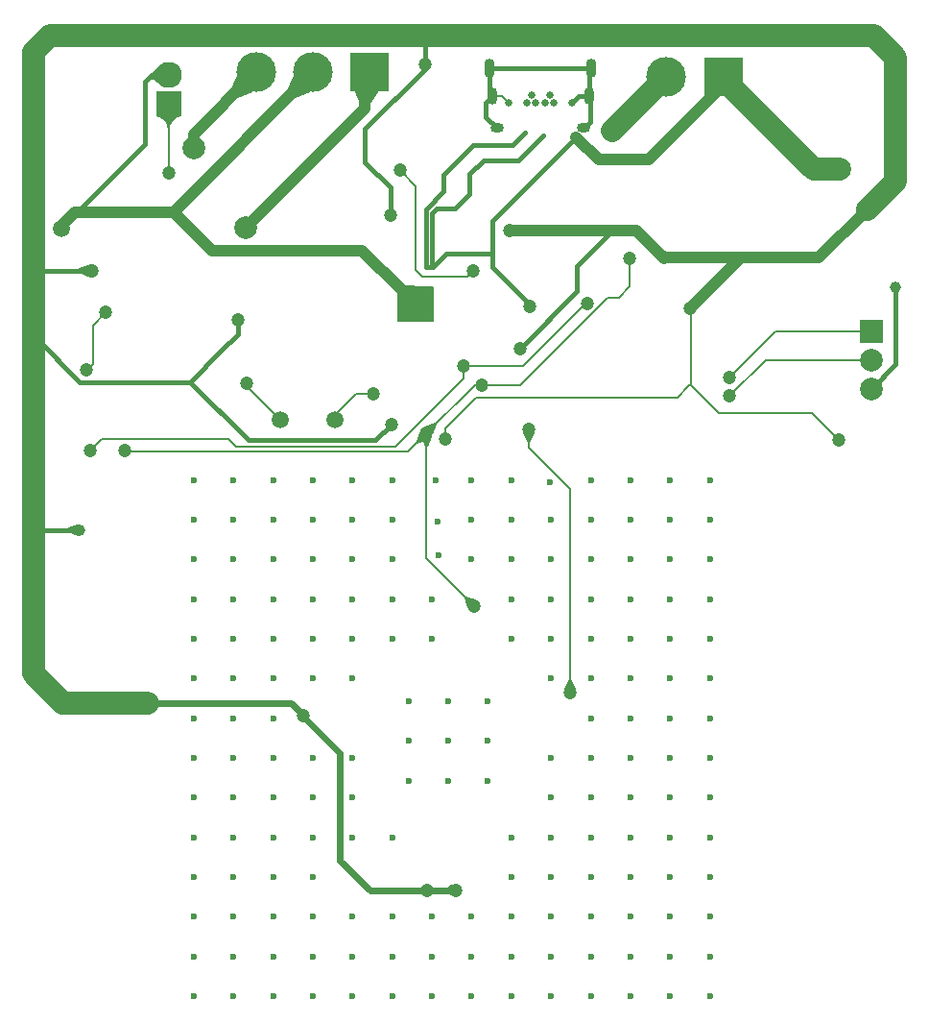
<source format=gbr>
%TF.GenerationSoftware,KiCad,Pcbnew,9.0.1*%
%TF.CreationDate,2025-04-08T19:45:02-03:00*%
%TF.ProjectId,SRAD_computer,53524144-5f63-46f6-9d70-757465722e6b,rev?*%
%TF.SameCoordinates,Original*%
%TF.FileFunction,Copper,L2,Bot*%
%TF.FilePolarity,Positive*%
%FSLAX46Y46*%
G04 Gerber Fmt 4.6, Leading zero omitted, Abs format (unit mm)*
G04 Created by KiCad (PCBNEW 9.0.1) date 2025-04-08 19:45:02*
%MOMM*%
%LPD*%
G01*
G04 APERTURE LIST*
%TA.AperFunction,ComponentPad*%
%ADD10C,0.650000*%
%TD*%
%TA.AperFunction,ComponentPad*%
%ADD11O,0.900000X1.700000*%
%TD*%
%TA.AperFunction,ComponentPad*%
%ADD12O,0.900000X1.500000*%
%TD*%
%TA.AperFunction,ComponentPad*%
%ADD13O,1.150000X0.900000*%
%TD*%
%TA.AperFunction,ComponentPad*%
%ADD14C,1.500000*%
%TD*%
%TA.AperFunction,ComponentPad*%
%ADD15R,2.000000X2.000000*%
%TD*%
%TA.AperFunction,ComponentPad*%
%ADD16C,2.000000*%
%TD*%
%TA.AperFunction,ComponentPad*%
%ADD17R,3.500000X3.500000*%
%TD*%
%TA.AperFunction,ComponentPad*%
%ADD18C,3.500000*%
%TD*%
%TA.AperFunction,ComponentPad*%
%ADD19R,2.300000X2.300000*%
%TD*%
%TA.AperFunction,ComponentPad*%
%ADD20O,2.300000X2.300000*%
%TD*%
%TA.AperFunction,ComponentPad*%
%ADD21C,0.600000*%
%TD*%
%TA.AperFunction,ViaPad*%
%ADD22C,0.600000*%
%TD*%
%TA.AperFunction,ViaPad*%
%ADD23C,1.200000*%
%TD*%
%TA.AperFunction,ViaPad*%
%ADD24C,1.500000*%
%TD*%
%TA.AperFunction,ViaPad*%
%ADD25C,2.000000*%
%TD*%
%TA.AperFunction,ViaPad*%
%ADD26C,1.000000*%
%TD*%
%TA.AperFunction,Conductor*%
%ADD27C,0.400000*%
%TD*%
%TA.AperFunction,Conductor*%
%ADD28C,0.200000*%
%TD*%
%TA.AperFunction,Conductor*%
%ADD29C,2.000000*%
%TD*%
%TA.AperFunction,Conductor*%
%ADD30C,1.000000*%
%TD*%
%TA.AperFunction,Conductor*%
%ADD31C,0.600000*%
%TD*%
G04 APERTURE END LIST*
D10*
%TO.P,J7,B1,GND__2*%
%TO.N,GND*%
X99780000Y-42990000D03*
%TO.P,J7,B4,VBUS__2*%
%TO.N,VBUS*%
X101380000Y-42990000D03*
%TO.P,J7,B5,CC2*%
%TO.N,unconnected-(J7-CC2-PadB5)*%
X101780000Y-42290000D03*
%TO.P,J7,B6,DP2*%
%TO.N,/USB_D+*%
X102180000Y-42990000D03*
%TO.P,J7,B7,DN2*%
%TO.N,/USB_D-*%
X102980000Y-42990000D03*
%TO.P,J7,B8,SBU2*%
%TO.N,unconnected-(J7-SBU2-PadB8)*%
X103380000Y-42290000D03*
%TO.P,J7,B9,VBUS__3*%
%TO.N,VBUS*%
X103780000Y-42990000D03*
%TO.P,J7,B12,GND__3*%
%TO.N,GND*%
X105380000Y-42990000D03*
D11*
%TO.P,J7,SH1,SHIELD*%
X107080000Y-39870000D03*
D12*
%TO.P,J7,SH2,SHIELD__1*%
X106855000Y-42390000D03*
D13*
%TO.P,J7,SH3,SHIELD__2*%
X106425000Y-45190000D03*
%TO.P,J7,SH4,SHIELD__3*%
X98735000Y-45190000D03*
D12*
%TO.P,J7,SH5,SHIELD__4*%
X98305000Y-42390000D03*
D11*
%TO.P,J7,SH6,SHIELD__5*%
X98080000Y-39870000D03*
%TD*%
D14*
%TO.P,Y1,1,1*%
%TO.N,Net-(C3-Pad1)*%
X79590000Y-70882984D03*
%TO.P,Y1,2,2*%
%TO.N,/XIN*%
X84470000Y-70882984D03*
%TD*%
D15*
%TO.P,J5,1,1*%
%TO.N,/UART_Rx*%
X131770000Y-63082984D03*
D16*
%TO.P,J5,2,2*%
%TO.N,/UART_Tx*%
X131770000Y-65622984D03*
%TO.P,J5,3,3*%
%TO.N,GND*%
X131770000Y-68162984D03*
%TD*%
D17*
%TO.P,J1,1,1*%
%TO.N,/V_cam*%
X87530000Y-40282836D03*
D18*
%TO.P,J1,2,2*%
%TO.N,GND*%
X82530000Y-40282836D03*
%TO.P,J1,3,3*%
%TO.N,V_cam_bus*%
X77530000Y-40282836D03*
%TD*%
D19*
%TO.P,J2,1,Pin_1*%
%TO.N,/~{USB_BOOT}*%
X69790000Y-43037836D03*
D20*
%TO.P,J2,2,Pin_2*%
%TO.N,GND*%
X69790000Y-40497836D03*
%TD*%
D17*
%TO.P,J4,1,1*%
%TO.N,GND*%
X118770000Y-40642836D03*
D18*
%TO.P,J4,2,2*%
%TO.N,VBUS*%
X113690000Y-40642836D03*
%TD*%
D21*
%TO.P,U3,57,GND*%
%TO.N,GND*%
X90275000Y-59412836D03*
X90275000Y-60687836D03*
X90275000Y-61962836D03*
X91550000Y-59412836D03*
X91550000Y-60687836D03*
X91550000Y-61962836D03*
X92825000Y-59412836D03*
X92825000Y-60687836D03*
X92825000Y-61962836D03*
%TD*%
D22*
%TO.N,GND*%
X117520000Y-118202984D03*
X110520000Y-121702984D03*
X79020000Y-90202984D03*
X103520000Y-118202984D03*
X117520000Y-83202984D03*
X72020000Y-118202984D03*
X96520000Y-83202984D03*
X100020000Y-111202984D03*
X100020000Y-90202984D03*
X89520000Y-118202984D03*
X72020000Y-76202984D03*
X114020000Y-90202984D03*
X72020000Y-79702984D03*
X114020000Y-79702984D03*
X79020000Y-79702984D03*
X107020000Y-100702984D03*
X100020000Y-86702984D03*
X117520000Y-107702984D03*
X103520000Y-86702984D03*
X72020000Y-90202984D03*
X107020000Y-86702984D03*
X94460000Y-102702984D03*
X86020000Y-86702984D03*
X93370000Y-76210000D03*
X90960000Y-102702984D03*
X103520000Y-114702984D03*
X114020000Y-93702984D03*
X96520000Y-114702984D03*
X110520000Y-90202984D03*
X75520000Y-114702984D03*
X72020000Y-104202984D03*
X117520000Y-97202984D03*
X72020000Y-107702984D03*
X82520000Y-111202984D03*
X100020000Y-114702984D03*
X114020000Y-86702984D03*
D23*
X64240000Y-61432836D03*
D22*
X82520000Y-100702984D03*
X103520000Y-107702984D03*
X117520000Y-104202984D03*
X72020000Y-86702984D03*
X79020000Y-76202984D03*
X107020000Y-121702984D03*
X107020000Y-76202984D03*
X100020000Y-83202984D03*
X79020000Y-97202984D03*
X117520000Y-114702984D03*
X82520000Y-118202984D03*
X75520000Y-86702984D03*
X107020000Y-93702984D03*
X90960000Y-99202984D03*
X107020000Y-79702984D03*
X82520000Y-79702984D03*
X86020000Y-76202984D03*
X93020000Y-90202984D03*
X86020000Y-114702984D03*
X79020000Y-93702984D03*
X114020000Y-97202984D03*
D23*
X62534328Y-66528508D03*
D22*
X103400000Y-76430000D03*
X100020000Y-107702984D03*
X93510000Y-79910000D03*
X75520000Y-100702984D03*
X96520000Y-76202984D03*
X75520000Y-97202984D03*
X93020000Y-86702984D03*
X79020000Y-104202984D03*
X97960000Y-95702984D03*
X86020000Y-104202984D03*
X72020000Y-114702984D03*
X82520000Y-104202984D03*
X110520000Y-97202984D03*
X103520000Y-83202984D03*
X72020000Y-97202984D03*
X107020000Y-83202984D03*
X89520000Y-114702984D03*
X114020000Y-76202984D03*
X110520000Y-104202984D03*
X75520000Y-121702984D03*
X110520000Y-107702984D03*
X75520000Y-104202984D03*
X117520000Y-86702984D03*
X79020000Y-86702984D03*
X93020000Y-121702984D03*
X103520000Y-90202984D03*
D23*
X101630000Y-60872984D03*
D22*
X79020000Y-100702984D03*
X117520000Y-121702984D03*
X82520000Y-121702984D03*
X107020000Y-97202984D03*
X82520000Y-93702984D03*
X110520000Y-86702984D03*
X93020000Y-118202984D03*
X94460000Y-95702984D03*
X100020000Y-76202984D03*
X75520000Y-83202984D03*
X100020000Y-118202984D03*
X117520000Y-93702984D03*
X93020000Y-114702984D03*
X93560000Y-82810000D03*
X103520000Y-121702984D03*
X89520000Y-86702984D03*
X117520000Y-100702984D03*
X86020000Y-100702984D03*
X100020000Y-79702984D03*
X110520000Y-111202984D03*
X107020000Y-118202984D03*
X114020000Y-83202984D03*
X110520000Y-76202984D03*
X114020000Y-104202984D03*
X72020000Y-121702984D03*
X107020000Y-111202984D03*
X103520000Y-100702984D03*
X75520000Y-93702984D03*
X72020000Y-93702984D03*
X86020000Y-121702984D03*
X86020000Y-90202984D03*
X82520000Y-114702984D03*
X89520000Y-121702984D03*
X110520000Y-83202984D03*
X82520000Y-76202984D03*
X89520000Y-83202984D03*
X110520000Y-79702984D03*
X96520000Y-79702984D03*
X72020000Y-83202984D03*
X114020000Y-111202984D03*
X114020000Y-118202984D03*
X117520000Y-90202984D03*
X107020000Y-90202984D03*
X110520000Y-114702984D03*
X96520000Y-118202984D03*
X79020000Y-111202984D03*
X94460000Y-99202984D03*
X117520000Y-111202984D03*
X82520000Y-86702984D03*
X110520000Y-118202984D03*
X75520000Y-90202984D03*
X96520000Y-121702984D03*
X107020000Y-107702984D03*
X89520000Y-76202984D03*
X97960000Y-102702984D03*
X90960000Y-95702984D03*
X79020000Y-83202984D03*
X117520000Y-76202984D03*
X72020000Y-111202984D03*
X114020000Y-107702984D03*
X75520000Y-111202984D03*
X86020000Y-79702984D03*
X110520000Y-93702984D03*
X89520000Y-79702984D03*
X117520000Y-79702984D03*
X89520000Y-90202984D03*
X82520000Y-83202984D03*
X79020000Y-107702984D03*
X75520000Y-118202984D03*
D24*
X60320000Y-54072836D03*
D22*
X86020000Y-93702984D03*
X86020000Y-118202984D03*
X103520000Y-111202984D03*
X114020000Y-121702984D03*
X103520000Y-104202984D03*
X114020000Y-100702984D03*
X79020000Y-118202984D03*
X86020000Y-107702984D03*
X114020000Y-114702984D03*
X72020000Y-100702984D03*
X86020000Y-83202984D03*
X75520000Y-107702984D03*
X75520000Y-76202984D03*
X79020000Y-114702984D03*
D25*
X128990000Y-48832836D03*
D22*
X100020000Y-121702984D03*
X89520000Y-107702984D03*
X79020000Y-121702984D03*
X97960000Y-99202984D03*
X82520000Y-90202984D03*
X107020000Y-114702984D03*
X103520000Y-93702984D03*
X75520000Y-79702984D03*
X82520000Y-107702984D03*
X107020000Y-104202984D03*
X103520000Y-79702984D03*
D26*
X133920000Y-59192984D03*
D22*
X110520000Y-100702984D03*
D25*
%TO.N,VBUS*%
X109065000Y-45267836D03*
D23*
%TO.N,/XIN*%
X87810000Y-68592984D03*
%TO.N,Net-(C3-Pad1)*%
X76690000Y-67682984D03*
%TO.N,+3V3*%
X89330000Y-52822984D03*
X81700000Y-96972984D03*
X94230000Y-72572984D03*
X92620000Y-112362984D03*
X128940000Y-72672984D03*
X95082500Y-112352984D03*
X89430000Y-71322984D03*
X115810000Y-61052984D03*
X75887107Y-62130091D03*
D25*
X131410000Y-52382836D03*
D23*
X92375000Y-39587836D03*
D26*
X61915707Y-80623691D03*
D23*
X100780000Y-64622984D03*
X113460000Y-56622984D03*
X99860000Y-54242984D03*
X63030000Y-57763927D03*
%TO.N,/~{USB_BOOT}*%
X69790000Y-49172836D03*
D25*
%TO.N,/V_cam*%
X76600761Y-53993745D03*
%TO.N,V_cam_bus*%
X71990000Y-46922836D03*
D23*
%TO.N,/power_cam*%
X90220000Y-48922984D03*
X96680000Y-57772984D03*
%TO.N,/SCL*%
X97380000Y-67822984D03*
X65910000Y-73632984D03*
X92530000Y-72072984D03*
X96770000Y-87352984D03*
X110470000Y-56652984D03*
%TO.N,/SDA*%
X106708603Y-60651587D03*
X101580000Y-71710000D03*
X62880000Y-73632984D03*
X105220000Y-94952984D03*
X95790000Y-66142984D03*
%TO.N,/UART_Rx*%
X119246397Y-67189381D03*
%TO.N,/UART_Tx*%
X119246397Y-68822984D03*
%TD*%
D27*
%TO.N,GND*%
X100730000Y-46070000D02*
X100720000Y-46070000D01*
X98330000Y-53382984D02*
X105730000Y-45982984D01*
X106425000Y-45190000D02*
X106956000Y-44659000D01*
X98735000Y-45190000D02*
X97749391Y-44204391D01*
D28*
X62534328Y-66528508D02*
X63110000Y-65952836D01*
D29*
X126680000Y-48832836D02*
X128990000Y-48832836D01*
D27*
X96330000Y-49222984D02*
X96330000Y-50970000D01*
X98080000Y-39870000D02*
X107080000Y-39870000D01*
X133920000Y-66012984D02*
X133920000Y-59192984D01*
D30*
X118770000Y-41382984D02*
X118770000Y-40642836D01*
D27*
X92470000Y-52342984D02*
X92470000Y-57442984D01*
D28*
X63110000Y-65952836D02*
X63110000Y-62562836D01*
D27*
X101630000Y-60772984D02*
X98330000Y-57472984D01*
X98330000Y-57472984D02*
X98330000Y-56242984D01*
X98080000Y-42165000D02*
X98305000Y-42390000D01*
X94050000Y-50762984D02*
X92470000Y-52342984D01*
X92970000Y-57382984D02*
X93030000Y-57442984D01*
D28*
X63110000Y-62562836D02*
X64240000Y-61432836D01*
D27*
X67720000Y-46612836D02*
X67720000Y-41082984D01*
X106956000Y-42491000D02*
X106855000Y-42390000D01*
X100720000Y-46070000D02*
X100117016Y-46672984D01*
X100117016Y-46672984D02*
X96680000Y-46672984D01*
X98080000Y-39870000D02*
X98080000Y-42165000D01*
D29*
X118770000Y-40642836D02*
X118770000Y-40922836D01*
D27*
X105380000Y-42990000D02*
X105980000Y-42390000D01*
X94050000Y-49302984D02*
X94050000Y-50762984D01*
D30*
X70230000Y-52582836D02*
X61750000Y-52582836D01*
X61700000Y-52632836D02*
X61480000Y-52632836D01*
X61750000Y-52582836D02*
X61700000Y-52632836D01*
D27*
X92470000Y-57442984D02*
X93030000Y-57442984D01*
D30*
X82530000Y-40282836D02*
X70230000Y-52582836D01*
D27*
X93407016Y-52292984D02*
X92970000Y-52730000D01*
X93040000Y-57452984D02*
X93060000Y-57472984D01*
X95007016Y-52292984D02*
X93407016Y-52292984D01*
X96330000Y-50970000D02*
X95007016Y-52292984D01*
X68305148Y-40497836D02*
X69790000Y-40497836D01*
X97749391Y-42945609D02*
X98305000Y-42390000D01*
D30*
X105730000Y-45982984D02*
X107729852Y-47982836D01*
D27*
X101630000Y-60872984D02*
X101630000Y-60772984D01*
X93060000Y-57472984D02*
X94290000Y-56242984D01*
D29*
X118770000Y-40922836D02*
X126680000Y-48832836D01*
D27*
X92970000Y-52730000D02*
X92970000Y-57382984D01*
D30*
X86865148Y-56002984D02*
X90275000Y-59412836D01*
X60320000Y-53792836D02*
X60320000Y-54072836D01*
D27*
X102800000Y-45860000D02*
X102800000Y-45870000D01*
X105980000Y-42390000D02*
X106855000Y-42390000D01*
X98330000Y-56242984D02*
X98330000Y-53382984D01*
D30*
X61480000Y-52632836D02*
X60320000Y-53792836D01*
D28*
X99204140Y-42390000D02*
X99558970Y-42744830D01*
D27*
X102800000Y-45870000D02*
X100667016Y-48002984D01*
X131770000Y-68162984D02*
X133920000Y-66012984D01*
D30*
X112170148Y-47982836D02*
X118770000Y-41382984D01*
D27*
X96680000Y-46672984D02*
X94050000Y-49302984D01*
D30*
X107729852Y-47982836D02*
X112170148Y-47982836D01*
D27*
X61700000Y-52632836D02*
X67720000Y-46612836D01*
X97550000Y-48002984D02*
X96330000Y-49222984D01*
D30*
X73650148Y-56002984D02*
X86865148Y-56002984D01*
D27*
X93030000Y-57442984D02*
X93040000Y-57452984D01*
X101250000Y-45550000D02*
X100730000Y-46070000D01*
X106855000Y-42390000D02*
X106855000Y-40095000D01*
D30*
X70230000Y-52582836D02*
X73650148Y-56002984D01*
D27*
X100667016Y-48002984D02*
X97550000Y-48002984D01*
X67720000Y-41082984D02*
X68305148Y-40497836D01*
X94290000Y-56242984D02*
X98330000Y-56242984D01*
D28*
X98305000Y-42390000D02*
X99204140Y-42390000D01*
D27*
X97749391Y-44204391D02*
X97749391Y-42945609D01*
X106855000Y-40095000D02*
X107080000Y-39870000D01*
X106956000Y-44659000D02*
X106956000Y-42491000D01*
D29*
%TO.N,VBUS*%
X109065000Y-45267836D02*
X108960000Y-45372836D01*
X113690000Y-40642836D02*
X109065000Y-45267836D01*
D28*
%TO.N,/XIN*%
X86340000Y-68592984D02*
X84170000Y-70762984D01*
X87810000Y-68592984D02*
X86340000Y-68592984D01*
%TO.N,Net-(C3-Pad1)*%
X76690000Y-67912984D02*
X79810000Y-71032984D01*
X76690000Y-67682984D02*
X76690000Y-67912984D01*
X79810000Y-71032984D02*
X80050000Y-71032984D01*
D27*
%TO.N,+3V3*%
X63030000Y-57763927D02*
X58208909Y-57763927D01*
D29*
X133940000Y-38962984D02*
X132000000Y-37022984D01*
D31*
X87560000Y-112362984D02*
X84920397Y-109723381D01*
D28*
X94230000Y-72572984D02*
X94230000Y-71622984D01*
X115650000Y-67952984D02*
X115830000Y-67772984D01*
X114680000Y-68922984D02*
X115650000Y-67952984D01*
D31*
X68630693Y-95852984D02*
X80580000Y-95852984D01*
X95082500Y-112352984D02*
X92630000Y-112352984D01*
D30*
X111020000Y-54242984D02*
X108930000Y-54242984D01*
D27*
X87080000Y-48172984D02*
X87080000Y-45272984D01*
X75887107Y-63345877D02*
X74420000Y-64812984D01*
D28*
X96930000Y-68922984D02*
X114680000Y-68922984D01*
D27*
X87080000Y-45272984D02*
X92375000Y-39977984D01*
D29*
X59290000Y-37022984D02*
X57860000Y-38452984D01*
D31*
X92620000Y-112362984D02*
X87560000Y-112362984D01*
X84920397Y-109723381D02*
X84920397Y-100273280D01*
D28*
X118300000Y-70272984D02*
X115815000Y-67787984D01*
D27*
X89330000Y-50422984D02*
X87080000Y-48172984D01*
D30*
X115810000Y-61052984D02*
X120240000Y-56622984D01*
D27*
X71660148Y-67572836D02*
X61950000Y-67572836D01*
D29*
X57860000Y-93290000D02*
X60422984Y-95852984D01*
D27*
X105830000Y-59572984D02*
X105830000Y-57342984D01*
X71660148Y-67572836D02*
X74420000Y-64812984D01*
D28*
X115830000Y-67772984D02*
X115830000Y-61072984D01*
D29*
X60422984Y-95852984D02*
X67930000Y-95852984D01*
D27*
X88040000Y-72712984D02*
X76800296Y-72712984D01*
D28*
X94230000Y-71622984D02*
X96930000Y-68922984D01*
D27*
X92630000Y-112352984D02*
X92620000Y-112362984D01*
D30*
X113400000Y-56622984D02*
X111020000Y-54242984D01*
D27*
X58208909Y-57763927D02*
X57860000Y-58112836D01*
D30*
X127169852Y-56622984D02*
X131410000Y-52382836D01*
D27*
X61915707Y-80623691D02*
X58025707Y-80623691D01*
X100780000Y-64622984D02*
X105830000Y-59572984D01*
D29*
X132000000Y-37022984D02*
X59290000Y-37022984D01*
D27*
X89430000Y-71322984D02*
X88040000Y-72712984D01*
X61950000Y-67572836D02*
X58100148Y-63722984D01*
D30*
X120240000Y-56622984D02*
X127169852Y-56622984D01*
D27*
X89330000Y-52822984D02*
X89330000Y-50422984D01*
X105830000Y-57342984D02*
X108930000Y-54242984D01*
D29*
X131420000Y-52382836D02*
X133940000Y-49862836D01*
D27*
X81700000Y-97052883D02*
X81700000Y-96972984D01*
D30*
X105140000Y-54242984D02*
X99860000Y-54242984D01*
D28*
X95082500Y-112352984D02*
X94250000Y-112352984D01*
X115830000Y-61072984D02*
X115810000Y-61052984D01*
D29*
X133940000Y-49862836D02*
X133940000Y-38962984D01*
D28*
X126540000Y-70272984D02*
X118300000Y-70272984D01*
D27*
X58100148Y-63722984D02*
X57850000Y-63722984D01*
D28*
X115815000Y-67787984D02*
X115650000Y-67952984D01*
D29*
X57860000Y-38452984D02*
X57860000Y-93290000D01*
D31*
X67910397Y-96573280D02*
X68630693Y-95852984D01*
D27*
X75887107Y-62130091D02*
X75887107Y-63345877D01*
D30*
X113460000Y-56622984D02*
X120240000Y-56622984D01*
D27*
X92375000Y-39977984D02*
X92375000Y-39587836D01*
D31*
X80580000Y-95852984D02*
X81300296Y-96573280D01*
D30*
X108930000Y-54242984D02*
X105140000Y-54242984D01*
D27*
X92430000Y-39532836D02*
X92375000Y-39587836D01*
X76800296Y-72712984D02*
X71660148Y-67572836D01*
D29*
X131410000Y-52382836D02*
X131420000Y-52382836D01*
D27*
X81300296Y-96573280D02*
X81700000Y-96972984D01*
X91890000Y-37331836D02*
X92430000Y-37871836D01*
D30*
X113460000Y-56622984D02*
X113400000Y-56622984D01*
D28*
X128940000Y-72672984D02*
X126540000Y-70272984D01*
D27*
X92430000Y-37871836D02*
X92430000Y-39532836D01*
D31*
X84920397Y-100273280D02*
X81700000Y-97052883D01*
D28*
%TO.N,/~{USB_BOOT}*%
X69790000Y-49172836D02*
X69790000Y-43037836D01*
D30*
%TO.N,/V_cam*%
X87120000Y-40692836D02*
X87530000Y-40282836D01*
X76600761Y-53993745D02*
X87120000Y-43474506D01*
X87120000Y-43474506D02*
X87120000Y-40692836D01*
%TO.N,V_cam_bus*%
X77460000Y-40282836D02*
X77530000Y-40282836D01*
X71990000Y-45752836D02*
X77460000Y-40282836D01*
X71990000Y-46922836D02*
X71990000Y-45752836D01*
D28*
%TO.N,/power_cam*%
X92200000Y-58272984D02*
X96180000Y-58272984D01*
X91590000Y-57662984D02*
X92200000Y-58272984D01*
X96180000Y-58272984D02*
X96680000Y-57772984D01*
X90220000Y-48922984D02*
X91590000Y-50292984D01*
X91590000Y-50292984D02*
X91590000Y-57662984D01*
%TO.N,/SCL*%
X92530000Y-72072984D02*
X90919579Y-73683405D01*
X97380000Y-67822984D02*
X100810000Y-67822984D01*
X110470000Y-59162984D02*
X110470000Y-56652984D01*
X65910000Y-73632984D02*
X65960421Y-73683405D01*
X96780000Y-67822984D02*
X97380000Y-67822984D01*
X65960421Y-73683405D02*
X90919579Y-73683405D01*
X96760000Y-87352984D02*
X96770000Y-87352984D01*
X92530000Y-72072984D02*
X96780000Y-67822984D01*
X109490000Y-60142984D02*
X110470000Y-59162984D01*
X100810000Y-67822984D02*
X108490000Y-60142984D01*
X108490000Y-60142984D02*
X109490000Y-60142984D01*
X92530000Y-72072984D02*
X92530000Y-83122984D01*
X92530000Y-83122984D02*
X96760000Y-87352984D01*
%TO.N,/SDA*%
X63910000Y-72602984D02*
X75080000Y-72602984D01*
X106561397Y-60651587D02*
X101070000Y-66142984D01*
X62880000Y-73632984D02*
X63910000Y-72602984D01*
X95800000Y-67262984D02*
X95790000Y-67252984D01*
X95790000Y-67252984D02*
X95790000Y-66142984D01*
X89810000Y-73252984D02*
X95800000Y-67262984D01*
X101070000Y-66142984D02*
X95790000Y-66142984D01*
X101580000Y-71710000D02*
X101580000Y-73322984D01*
X75730000Y-73252984D02*
X89810000Y-73252984D01*
X75080000Y-72602984D02*
X75730000Y-73252984D01*
X105220000Y-76962984D02*
X105220000Y-94952984D01*
X106708603Y-60651587D02*
X106561397Y-60651587D01*
X101580000Y-73322984D02*
X105220000Y-76962984D01*
%TO.N,/UART_Rx*%
X123352794Y-63082984D02*
X131770000Y-63082984D01*
X119246397Y-67189381D02*
X123352794Y-63082984D01*
%TO.N,/UART_Tx*%
X122430000Y-65622984D02*
X119230000Y-68822984D01*
X131770000Y-65622984D02*
X122430000Y-65622984D01*
%TD*%
%TA.AperFunction,Conductor*%
%TO.N,GND*%
G36*
X93016390Y-59092448D02*
G01*
X93083366Y-59112342D01*
X93128955Y-59165289D01*
X93140000Y-59216447D01*
X93140000Y-62159224D01*
X93120315Y-62226263D01*
X93067511Y-62272018D01*
X93016389Y-62283223D01*
X90074389Y-62292446D01*
X90007288Y-62272972D01*
X89961368Y-62220312D01*
X89950000Y-62168447D01*
X89950000Y-59207224D01*
X89969685Y-59140185D01*
X90022489Y-59094430D01*
X90074384Y-59083225D01*
X93016390Y-59092448D01*
G37*
%TD.AperFunction*%
%TD*%
%TA.AperFunction,Conductor*%
%TO.N,GND*%
G36*
X82523004Y-40286963D02*
G01*
X82527813Y-40294517D01*
X82527813Y-40298573D01*
X82229786Y-41992221D01*
X82224977Y-41999775D01*
X82223039Y-42000874D01*
X80956948Y-42567058D01*
X80947997Y-42567307D01*
X80943899Y-42564650D01*
X80248185Y-41868936D01*
X80244758Y-41860663D01*
X80245777Y-41855887D01*
X80811960Y-40589796D01*
X80818466Y-40583642D01*
X80820606Y-40583050D01*
X82514263Y-40285022D01*
X82523004Y-40286963D01*
G37*
%TD.AperFunction*%
%TD*%
%TA.AperFunction,Conductor*%
%TO.N,GND*%
G36*
X69031220Y-39660279D02*
G01*
X69785722Y-40491636D01*
X69788744Y-40500065D01*
X69787866Y-40503980D01*
X69354728Y-41548683D01*
X69348394Y-41555013D01*
X69339439Y-41555010D01*
X69338675Y-41554660D01*
X69213791Y-41492029D01*
X69212598Y-41491341D01*
X69086486Y-41408238D01*
X69085568Y-41407567D01*
X68853636Y-41220066D01*
X68853419Y-41219885D01*
X68790287Y-41166274D01*
X68790235Y-41166232D01*
X68614036Y-41030158D01*
X68614030Y-41030154D01*
X68480081Y-40957445D01*
X68362321Y-40927979D01*
X68247181Y-40936531D01*
X68186432Y-40956810D01*
X68123925Y-40989076D01*
X68054867Y-41037892D01*
X67991448Y-41095176D01*
X67983011Y-41098179D01*
X67975332Y-41094767D01*
X67708735Y-40828170D01*
X67705308Y-40819897D01*
X67708735Y-40811624D01*
X67708788Y-40811570D01*
X67953599Y-40573101D01*
X67953815Y-40572896D01*
X68160295Y-40383932D01*
X68160623Y-40383644D01*
X68505627Y-40093707D01*
X68594894Y-40020783D01*
X69014926Y-39659273D01*
X69023430Y-39656475D01*
X69031220Y-39660279D01*
G37*
%TD.AperFunction*%
%TD*%
%TA.AperFunction,Conductor*%
%TO.N,+3V3*%
G36*
X62909107Y-57180492D02*
G01*
X62915148Y-57187102D01*
X62915620Y-57188789D01*
X63030538Y-57761626D01*
X63030538Y-57766228D01*
X62915620Y-58339064D01*
X62910633Y-58346502D01*
X62901848Y-58348234D01*
X62900161Y-58347762D01*
X61849241Y-57966723D01*
X61842631Y-57960682D01*
X61841529Y-57955724D01*
X61841529Y-57572129D01*
X61844956Y-57563856D01*
X61849238Y-57561131D01*
X62900162Y-57180091D01*
X62909107Y-57180492D01*
G37*
%TD.AperFunction*%
%TD*%
%TA.AperFunction,Conductor*%
%TO.N,+3V3*%
G36*
X61814589Y-80138063D02*
G01*
X61820406Y-80144870D01*
X61820751Y-80146184D01*
X61916243Y-80621386D01*
X61916243Y-80625996D01*
X61820751Y-81101197D01*
X61815761Y-81108633D01*
X61806975Y-81110363D01*
X61805661Y-81110018D01*
X60933395Y-80826319D01*
X60926588Y-80820502D01*
X60925314Y-80815193D01*
X60925314Y-80432188D01*
X60928741Y-80423915D01*
X60933392Y-80421063D01*
X61805663Y-80137363D01*
X61814589Y-80138063D01*
G37*
%TD.AperFunction*%
%TD*%
%TA.AperFunction,Conductor*%
%TO.N,+3V3*%
G36*
X94755662Y-111863881D02*
G01*
X94756241Y-111864671D01*
X95079134Y-112346470D01*
X95080893Y-112355251D01*
X95079134Y-112359498D01*
X94756241Y-112841296D01*
X94748789Y-112846260D01*
X94740008Y-112844501D01*
X94739218Y-112843922D01*
X94254396Y-112456496D01*
X94250072Y-112448654D01*
X94250000Y-112447356D01*
X94250000Y-112258611D01*
X94253427Y-112250338D01*
X94254396Y-112249471D01*
X94735932Y-111864671D01*
X94739218Y-111862044D01*
X94747820Y-111859557D01*
X94755662Y-111863881D01*
G37*
%TD.AperFunction*%
%TD*%
%TA.AperFunction,Conductor*%
%TO.N,/~{USB_BOOT}*%
G36*
X69797673Y-43045842D02*
G01*
X69798827Y-43046996D01*
X70774133Y-44169573D01*
X70776972Y-44178065D01*
X70772974Y-44186078D01*
X70765833Y-44188934D01*
X70738459Y-44190179D01*
X70738450Y-44190180D01*
X70657147Y-44203357D01*
X70657141Y-44203358D01*
X70578205Y-44227237D01*
X70578204Y-44227237D01*
X70493113Y-44265351D01*
X70493112Y-44265352D01*
X70411829Y-44314112D01*
X70325422Y-44379934D01*
X70325415Y-44379939D01*
X70244974Y-44455384D01*
X70164351Y-44546756D01*
X70092473Y-44644527D01*
X70092465Y-44644538D01*
X70028663Y-44748677D01*
X70028660Y-44748681D01*
X69975819Y-44853786D01*
X69975816Y-44853793D01*
X69909354Y-45043336D01*
X69891359Y-45177689D01*
X69886865Y-45185434D01*
X69879763Y-45187836D01*
X69700661Y-45187836D01*
X69692388Y-45184409D01*
X69689012Y-45177222D01*
X69683524Y-45118370D01*
X69681267Y-45094147D01*
X69658790Y-44999445D01*
X69623366Y-44898684D01*
X69517974Y-44691789D01*
X69383249Y-44507955D01*
X69383243Y-44507948D01*
X69235831Y-44364373D01*
X69235818Y-44364362D01*
X69085701Y-44264731D01*
X68937025Y-44206838D01*
X68937023Y-44206837D01*
X68811648Y-44190633D01*
X68803883Y-44186174D01*
X68801545Y-44177530D01*
X68804314Y-44171359D01*
X69781168Y-43047000D01*
X69789181Y-43043003D01*
X69797673Y-43045842D01*
G37*
%TD.AperFunction*%
%TD*%
%TA.AperFunction,Conductor*%
%TO.N,/V_cam*%
G36*
X87534233Y-40295914D02*
G01*
X87538112Y-40300773D01*
X88277600Y-42027043D01*
X88277707Y-42035997D01*
X88276610Y-42038095D01*
X87623469Y-43027581D01*
X87616051Y-43032598D01*
X87613704Y-43032836D01*
X86628207Y-43032836D01*
X86619934Y-43029409D01*
X86617206Y-43025119D01*
X86260104Y-42038673D01*
X86260510Y-42029727D01*
X86261639Y-42027814D01*
X87516243Y-40300773D01*
X87517892Y-40298503D01*
X87525526Y-40293824D01*
X87534233Y-40295914D01*
G37*
%TD.AperFunction*%
%TD*%
%TA.AperFunction,Conductor*%
%TO.N,V_cam_bus*%
G36*
X77522920Y-40286833D02*
G01*
X77527600Y-40294468D01*
X77527531Y-40298525D01*
X77200979Y-41984475D01*
X77196041Y-41991945D01*
X77194058Y-41993022D01*
X75921857Y-42532268D01*
X75912903Y-42532342D01*
X75909018Y-42529769D01*
X75213304Y-41834055D01*
X75209877Y-41825782D01*
X75210990Y-41820802D01*
X75804175Y-40561048D01*
X75810798Y-40555025D01*
X75812919Y-40554479D01*
X77514212Y-40284744D01*
X77522920Y-40286833D01*
G37*
%TD.AperFunction*%
%TD*%
%TA.AperFunction,Conductor*%
%TO.N,/SCL*%
G36*
X92523014Y-72070758D02*
G01*
X92530466Y-72075722D01*
X92532225Y-72079969D01*
X92645111Y-72651620D01*
X92643352Y-72660401D01*
X92637633Y-72664882D01*
X91767338Y-72981522D01*
X91758392Y-72981130D01*
X91755065Y-72978800D01*
X91624183Y-72847918D01*
X91620756Y-72839645D01*
X91621459Y-72835651D01*
X91938102Y-71965348D01*
X91944150Y-71958747D01*
X91951363Y-71957872D01*
X92523014Y-72070758D01*
G37*
%TD.AperFunction*%
%TD*%
%TA.AperFunction,Conductor*%
%TO.N,/SCL*%
G36*
X93301607Y-71164837D02*
G01*
X93304934Y-71167167D01*
X93435816Y-71298049D01*
X93439243Y-71306322D01*
X93438538Y-71310322D01*
X93121898Y-72180617D01*
X93115849Y-72187220D01*
X93108636Y-72188095D01*
X92536985Y-72075209D01*
X92529533Y-72070245D01*
X92527774Y-72065998D01*
X92414888Y-71494347D01*
X92416647Y-71485566D01*
X92422364Y-71481086D01*
X93292664Y-71164445D01*
X93301607Y-71164837D01*
G37*
%TD.AperFunction*%
%TD*%
%TA.AperFunction,Conductor*%
%TO.N,/SCL*%
G36*
X92536511Y-72076348D02*
G01*
X93020555Y-72400745D01*
X93025519Y-72408197D01*
X93024644Y-72415410D01*
X92633150Y-73254701D01*
X92626547Y-73260750D01*
X92622547Y-73261455D01*
X92437453Y-73261455D01*
X92429180Y-73258028D01*
X92426850Y-73254701D01*
X92035355Y-72415410D01*
X92034963Y-72406464D01*
X92039442Y-72400747D01*
X92523487Y-72076348D01*
X92532267Y-72074590D01*
X92536511Y-72076348D01*
G37*
%TD.AperFunction*%
%TD*%
%TA.AperFunction,Conductor*%
%TO.N,/SCL*%
G36*
X96002298Y-86449378D02*
G01*
X96877546Y-86761126D01*
X96884189Y-86767130D01*
X96885098Y-86774415D01*
X96772225Y-87345998D01*
X96767261Y-87353450D01*
X96763014Y-87355209D01*
X96191295Y-87468109D01*
X96182514Y-87466350D01*
X96178062Y-87460707D01*
X95856529Y-86595356D01*
X95856859Y-86586408D01*
X95859220Y-86583012D01*
X95990105Y-86452127D01*
X95998377Y-86448701D01*
X96002298Y-86449378D01*
G37*
%TD.AperFunction*%
%TD*%
%TA.AperFunction,Conductor*%
%TO.N,/SDA*%
G36*
X101586511Y-71713364D02*
G01*
X102070555Y-72037761D01*
X102075519Y-72045213D01*
X102074644Y-72052426D01*
X101683150Y-72891717D01*
X101676547Y-72897766D01*
X101672547Y-72898471D01*
X101487453Y-72898471D01*
X101479180Y-72895044D01*
X101476850Y-72891717D01*
X101085355Y-72052426D01*
X101084963Y-72043480D01*
X101089442Y-72037763D01*
X101573487Y-71713364D01*
X101582267Y-71711606D01*
X101586511Y-71713364D01*
G37*
%TD.AperFunction*%
%TD*%
%TA.AperFunction,Conductor*%
%TO.N,/SDA*%
G36*
X105320820Y-93767940D02*
G01*
X105323150Y-93771267D01*
X105714644Y-94610557D01*
X105715036Y-94619503D01*
X105710555Y-94625222D01*
X105226514Y-94949618D01*
X105217733Y-94951377D01*
X105213486Y-94949618D01*
X104729444Y-94625222D01*
X104724480Y-94617770D01*
X104725354Y-94610559D01*
X105116850Y-93771267D01*
X105123453Y-93765218D01*
X105127453Y-93764513D01*
X105312547Y-93764513D01*
X105320820Y-93767940D01*
G37*
%TD.AperFunction*%
%TD*%
M02*

</source>
